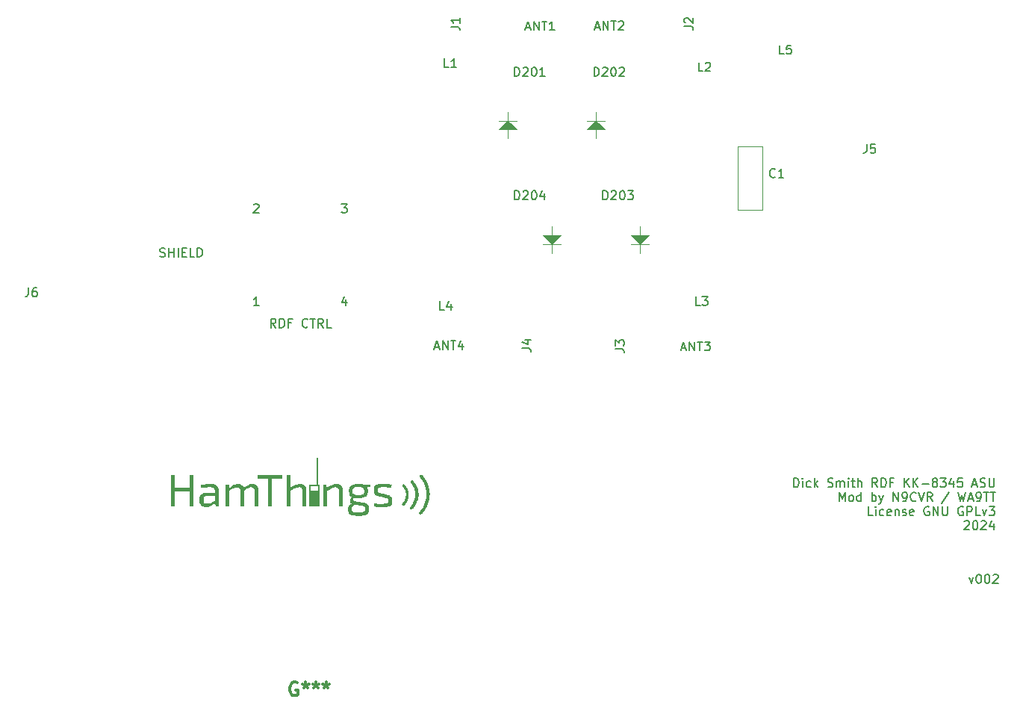
<source format=gbr>
%TF.GenerationSoftware,KiCad,Pcbnew,6.0.2+dfsg-1*%
%TF.CreationDate,2024-04-05T14:20:16-05:00*%
%TF.ProjectId,Dick Smith RDF KK-8345,4469636b-2053-46d6-9974-682052444620,001*%
%TF.SameCoordinates,Original*%
%TF.FileFunction,Legend,Top*%
%TF.FilePolarity,Positive*%
%FSLAX46Y46*%
G04 Gerber Fmt 4.6, Leading zero omitted, Abs format (unit mm)*
G04 Created by KiCad (PCBNEW 6.0.2+dfsg-1) date 2024-04-05 14:20:16*
%MOMM*%
%LPD*%
G01*
G04 APERTURE LIST*
%ADD10C,0.150000*%
%ADD11C,0.300000*%
%ADD12C,0.120000*%
G04 APERTURE END LIST*
D10*
X193833333Y-135285714D02*
X194071428Y-135952380D01*
X194309523Y-135285714D01*
X194880952Y-134952380D02*
X194976190Y-134952380D01*
X195071428Y-135000000D01*
X195119047Y-135047619D01*
X195166666Y-135142857D01*
X195214285Y-135333333D01*
X195214285Y-135571428D01*
X195166666Y-135761904D01*
X195119047Y-135857142D01*
X195071428Y-135904761D01*
X194976190Y-135952380D01*
X194880952Y-135952380D01*
X194785714Y-135904761D01*
X194738095Y-135857142D01*
X194690476Y-135761904D01*
X194642857Y-135571428D01*
X194642857Y-135333333D01*
X194690476Y-135142857D01*
X194738095Y-135047619D01*
X194785714Y-135000000D01*
X194880952Y-134952380D01*
X195833333Y-134952380D02*
X195928571Y-134952380D01*
X196023809Y-135000000D01*
X196071428Y-135047619D01*
X196119047Y-135142857D01*
X196166666Y-135333333D01*
X196166666Y-135571428D01*
X196119047Y-135761904D01*
X196071428Y-135857142D01*
X196023809Y-135904761D01*
X195928571Y-135952380D01*
X195833333Y-135952380D01*
X195738095Y-135904761D01*
X195690476Y-135857142D01*
X195642857Y-135761904D01*
X195595238Y-135571428D01*
X195595238Y-135333333D01*
X195642857Y-135142857D01*
X195690476Y-135047619D01*
X195738095Y-135000000D01*
X195833333Y-134952380D01*
X196547619Y-135047619D02*
X196595238Y-135000000D01*
X196690476Y-134952380D01*
X196928571Y-134952380D01*
X197023809Y-135000000D01*
X197071428Y-135047619D01*
X197119047Y-135142857D01*
X197119047Y-135238095D01*
X197071428Y-135380952D01*
X196500000Y-135952380D01*
X197119047Y-135952380D01*
X173950119Y-125037380D02*
X173950119Y-124037380D01*
X174188214Y-124037380D01*
X174331071Y-124085000D01*
X174426309Y-124180238D01*
X174473928Y-124275476D01*
X174521547Y-124465952D01*
X174521547Y-124608809D01*
X174473928Y-124799285D01*
X174426309Y-124894523D01*
X174331071Y-124989761D01*
X174188214Y-125037380D01*
X173950119Y-125037380D01*
X174950119Y-125037380D02*
X174950119Y-124370714D01*
X174950119Y-124037380D02*
X174902500Y-124085000D01*
X174950119Y-124132619D01*
X174997738Y-124085000D01*
X174950119Y-124037380D01*
X174950119Y-124132619D01*
X175854880Y-124989761D02*
X175759642Y-125037380D01*
X175569166Y-125037380D01*
X175473928Y-124989761D01*
X175426309Y-124942142D01*
X175378690Y-124846904D01*
X175378690Y-124561190D01*
X175426309Y-124465952D01*
X175473928Y-124418333D01*
X175569166Y-124370714D01*
X175759642Y-124370714D01*
X175854880Y-124418333D01*
X176283452Y-125037380D02*
X176283452Y-124037380D01*
X176378690Y-124656428D02*
X176664404Y-125037380D01*
X176664404Y-124370714D02*
X176283452Y-124751666D01*
X177807261Y-124989761D02*
X177950119Y-125037380D01*
X178188214Y-125037380D01*
X178283452Y-124989761D01*
X178331071Y-124942142D01*
X178378690Y-124846904D01*
X178378690Y-124751666D01*
X178331071Y-124656428D01*
X178283452Y-124608809D01*
X178188214Y-124561190D01*
X177997738Y-124513571D01*
X177902500Y-124465952D01*
X177854880Y-124418333D01*
X177807261Y-124323095D01*
X177807261Y-124227857D01*
X177854880Y-124132619D01*
X177902500Y-124085000D01*
X177997738Y-124037380D01*
X178235833Y-124037380D01*
X178378690Y-124085000D01*
X178807261Y-125037380D02*
X178807261Y-124370714D01*
X178807261Y-124465952D02*
X178854880Y-124418333D01*
X178950119Y-124370714D01*
X179092976Y-124370714D01*
X179188214Y-124418333D01*
X179235833Y-124513571D01*
X179235833Y-125037380D01*
X179235833Y-124513571D02*
X179283452Y-124418333D01*
X179378690Y-124370714D01*
X179521547Y-124370714D01*
X179616785Y-124418333D01*
X179664404Y-124513571D01*
X179664404Y-125037380D01*
X180140595Y-125037380D02*
X180140595Y-124370714D01*
X180140595Y-124037380D02*
X180092976Y-124085000D01*
X180140595Y-124132619D01*
X180188214Y-124085000D01*
X180140595Y-124037380D01*
X180140595Y-124132619D01*
X180473928Y-124370714D02*
X180854880Y-124370714D01*
X180616785Y-124037380D02*
X180616785Y-124894523D01*
X180664404Y-124989761D01*
X180759642Y-125037380D01*
X180854880Y-125037380D01*
X181188214Y-125037380D02*
X181188214Y-124037380D01*
X181616785Y-125037380D02*
X181616785Y-124513571D01*
X181569166Y-124418333D01*
X181473928Y-124370714D01*
X181331071Y-124370714D01*
X181235833Y-124418333D01*
X181188214Y-124465952D01*
X183426309Y-125037380D02*
X183092976Y-124561190D01*
X182854880Y-125037380D02*
X182854880Y-124037380D01*
X183235833Y-124037380D01*
X183331071Y-124085000D01*
X183378690Y-124132619D01*
X183426309Y-124227857D01*
X183426309Y-124370714D01*
X183378690Y-124465952D01*
X183331071Y-124513571D01*
X183235833Y-124561190D01*
X182854880Y-124561190D01*
X183854880Y-125037380D02*
X183854880Y-124037380D01*
X184092976Y-124037380D01*
X184235833Y-124085000D01*
X184331071Y-124180238D01*
X184378690Y-124275476D01*
X184426309Y-124465952D01*
X184426309Y-124608809D01*
X184378690Y-124799285D01*
X184331071Y-124894523D01*
X184235833Y-124989761D01*
X184092976Y-125037380D01*
X183854880Y-125037380D01*
X185188214Y-124513571D02*
X184854880Y-124513571D01*
X184854880Y-125037380D02*
X184854880Y-124037380D01*
X185331071Y-124037380D01*
X186473928Y-125037380D02*
X186473928Y-124037380D01*
X187045357Y-125037380D02*
X186616785Y-124465952D01*
X187045357Y-124037380D02*
X186473928Y-124608809D01*
X187473928Y-125037380D02*
X187473928Y-124037380D01*
X188045357Y-125037380D02*
X187616785Y-124465952D01*
X188045357Y-124037380D02*
X187473928Y-124608809D01*
X188473928Y-124656428D02*
X189235833Y-124656428D01*
X189854880Y-124465952D02*
X189759642Y-124418333D01*
X189712023Y-124370714D01*
X189664404Y-124275476D01*
X189664404Y-124227857D01*
X189712023Y-124132619D01*
X189759642Y-124085000D01*
X189854880Y-124037380D01*
X190045357Y-124037380D01*
X190140595Y-124085000D01*
X190188214Y-124132619D01*
X190235833Y-124227857D01*
X190235833Y-124275476D01*
X190188214Y-124370714D01*
X190140595Y-124418333D01*
X190045357Y-124465952D01*
X189854880Y-124465952D01*
X189759642Y-124513571D01*
X189712023Y-124561190D01*
X189664404Y-124656428D01*
X189664404Y-124846904D01*
X189712023Y-124942142D01*
X189759642Y-124989761D01*
X189854880Y-125037380D01*
X190045357Y-125037380D01*
X190140595Y-124989761D01*
X190188214Y-124942142D01*
X190235833Y-124846904D01*
X190235833Y-124656428D01*
X190188214Y-124561190D01*
X190140595Y-124513571D01*
X190045357Y-124465952D01*
X190569166Y-124037380D02*
X191188214Y-124037380D01*
X190854880Y-124418333D01*
X190997738Y-124418333D01*
X191092976Y-124465952D01*
X191140595Y-124513571D01*
X191188214Y-124608809D01*
X191188214Y-124846904D01*
X191140595Y-124942142D01*
X191092976Y-124989761D01*
X190997738Y-125037380D01*
X190712023Y-125037380D01*
X190616785Y-124989761D01*
X190569166Y-124942142D01*
X192045357Y-124370714D02*
X192045357Y-125037380D01*
X191807261Y-123989761D02*
X191569166Y-124704047D01*
X192188214Y-124704047D01*
X193045357Y-124037380D02*
X192569166Y-124037380D01*
X192521547Y-124513571D01*
X192569166Y-124465952D01*
X192664404Y-124418333D01*
X192902500Y-124418333D01*
X192997738Y-124465952D01*
X193045357Y-124513571D01*
X193092976Y-124608809D01*
X193092976Y-124846904D01*
X193045357Y-124942142D01*
X192997738Y-124989761D01*
X192902500Y-125037380D01*
X192664404Y-125037380D01*
X192569166Y-124989761D01*
X192521547Y-124942142D01*
X194235833Y-124751666D02*
X194712023Y-124751666D01*
X194140595Y-125037380D02*
X194473928Y-124037380D01*
X194807261Y-125037380D01*
X195092976Y-124989761D02*
X195235833Y-125037380D01*
X195473928Y-125037380D01*
X195569166Y-124989761D01*
X195616785Y-124942142D01*
X195664404Y-124846904D01*
X195664404Y-124751666D01*
X195616785Y-124656428D01*
X195569166Y-124608809D01*
X195473928Y-124561190D01*
X195283452Y-124513571D01*
X195188214Y-124465952D01*
X195140595Y-124418333D01*
X195092976Y-124323095D01*
X195092976Y-124227857D01*
X195140595Y-124132619D01*
X195188214Y-124085000D01*
X195283452Y-124037380D01*
X195521547Y-124037380D01*
X195664404Y-124085000D01*
X196092976Y-124037380D02*
X196092976Y-124846904D01*
X196140595Y-124942142D01*
X196188214Y-124989761D01*
X196283452Y-125037380D01*
X196473928Y-125037380D01*
X196569166Y-124989761D01*
X196616785Y-124942142D01*
X196664404Y-124846904D01*
X196664404Y-124037380D01*
X179092976Y-126647380D02*
X179092976Y-125647380D01*
X179426309Y-126361666D01*
X179759642Y-125647380D01*
X179759642Y-126647380D01*
X180378690Y-126647380D02*
X180283452Y-126599761D01*
X180235833Y-126552142D01*
X180188214Y-126456904D01*
X180188214Y-126171190D01*
X180235833Y-126075952D01*
X180283452Y-126028333D01*
X180378690Y-125980714D01*
X180521547Y-125980714D01*
X180616785Y-126028333D01*
X180664404Y-126075952D01*
X180712023Y-126171190D01*
X180712023Y-126456904D01*
X180664404Y-126552142D01*
X180616785Y-126599761D01*
X180521547Y-126647380D01*
X180378690Y-126647380D01*
X181569166Y-126647380D02*
X181569166Y-125647380D01*
X181569166Y-126599761D02*
X181473928Y-126647380D01*
X181283452Y-126647380D01*
X181188214Y-126599761D01*
X181140595Y-126552142D01*
X181092976Y-126456904D01*
X181092976Y-126171190D01*
X181140595Y-126075952D01*
X181188214Y-126028333D01*
X181283452Y-125980714D01*
X181473928Y-125980714D01*
X181569166Y-126028333D01*
X182807261Y-126647380D02*
X182807261Y-125647380D01*
X182807261Y-126028333D02*
X182902500Y-125980714D01*
X183092976Y-125980714D01*
X183188214Y-126028333D01*
X183235833Y-126075952D01*
X183283452Y-126171190D01*
X183283452Y-126456904D01*
X183235833Y-126552142D01*
X183188214Y-126599761D01*
X183092976Y-126647380D01*
X182902500Y-126647380D01*
X182807261Y-126599761D01*
X183616785Y-125980714D02*
X183854880Y-126647380D01*
X184092976Y-125980714D02*
X183854880Y-126647380D01*
X183759642Y-126885476D01*
X183712023Y-126933095D01*
X183616785Y-126980714D01*
X185235833Y-126647380D02*
X185235833Y-125647380D01*
X185807261Y-126647380D01*
X185807261Y-125647380D01*
X186331071Y-126647380D02*
X186521547Y-126647380D01*
X186616785Y-126599761D01*
X186664404Y-126552142D01*
X186759642Y-126409285D01*
X186807261Y-126218809D01*
X186807261Y-125837857D01*
X186759642Y-125742619D01*
X186712023Y-125695000D01*
X186616785Y-125647380D01*
X186426309Y-125647380D01*
X186331071Y-125695000D01*
X186283452Y-125742619D01*
X186235833Y-125837857D01*
X186235833Y-126075952D01*
X186283452Y-126171190D01*
X186331071Y-126218809D01*
X186426309Y-126266428D01*
X186616785Y-126266428D01*
X186712023Y-126218809D01*
X186759642Y-126171190D01*
X186807261Y-126075952D01*
X187807261Y-126552142D02*
X187759642Y-126599761D01*
X187616785Y-126647380D01*
X187521547Y-126647380D01*
X187378690Y-126599761D01*
X187283452Y-126504523D01*
X187235833Y-126409285D01*
X187188214Y-126218809D01*
X187188214Y-126075952D01*
X187235833Y-125885476D01*
X187283452Y-125790238D01*
X187378690Y-125695000D01*
X187521547Y-125647380D01*
X187616785Y-125647380D01*
X187759642Y-125695000D01*
X187807261Y-125742619D01*
X188092976Y-125647380D02*
X188426309Y-126647380D01*
X188759642Y-125647380D01*
X189664404Y-126647380D02*
X189331071Y-126171190D01*
X189092976Y-126647380D02*
X189092976Y-125647380D01*
X189473928Y-125647380D01*
X189569166Y-125695000D01*
X189616785Y-125742619D01*
X189664404Y-125837857D01*
X189664404Y-125980714D01*
X189616785Y-126075952D01*
X189569166Y-126123571D01*
X189473928Y-126171190D01*
X189092976Y-126171190D01*
X191569166Y-125599761D02*
X190712023Y-126885476D01*
X192569166Y-125647380D02*
X192807261Y-126647380D01*
X192997738Y-125933095D01*
X193188214Y-126647380D01*
X193426309Y-125647380D01*
X193759642Y-126361666D02*
X194235833Y-126361666D01*
X193664404Y-126647380D02*
X193997738Y-125647380D01*
X194331071Y-126647380D01*
X194712023Y-126647380D02*
X194902500Y-126647380D01*
X194997738Y-126599761D01*
X195045357Y-126552142D01*
X195140595Y-126409285D01*
X195188214Y-126218809D01*
X195188214Y-125837857D01*
X195140595Y-125742619D01*
X195092976Y-125695000D01*
X194997738Y-125647380D01*
X194807261Y-125647380D01*
X194712023Y-125695000D01*
X194664404Y-125742619D01*
X194616785Y-125837857D01*
X194616785Y-126075952D01*
X194664404Y-126171190D01*
X194712023Y-126218809D01*
X194807261Y-126266428D01*
X194997738Y-126266428D01*
X195092976Y-126218809D01*
X195140595Y-126171190D01*
X195188214Y-126075952D01*
X195473928Y-125647380D02*
X196045357Y-125647380D01*
X195759642Y-126647380D02*
X195759642Y-125647380D01*
X196235833Y-125647380D02*
X196807261Y-125647380D01*
X196521547Y-126647380D02*
X196521547Y-125647380D01*
X182902500Y-128257380D02*
X182426309Y-128257380D01*
X182426309Y-127257380D01*
X183235833Y-128257380D02*
X183235833Y-127590714D01*
X183235833Y-127257380D02*
X183188214Y-127305000D01*
X183235833Y-127352619D01*
X183283452Y-127305000D01*
X183235833Y-127257380D01*
X183235833Y-127352619D01*
X184140595Y-128209761D02*
X184045357Y-128257380D01*
X183854880Y-128257380D01*
X183759642Y-128209761D01*
X183712023Y-128162142D01*
X183664404Y-128066904D01*
X183664404Y-127781190D01*
X183712023Y-127685952D01*
X183759642Y-127638333D01*
X183854880Y-127590714D01*
X184045357Y-127590714D01*
X184140595Y-127638333D01*
X184950119Y-128209761D02*
X184854880Y-128257380D01*
X184664404Y-128257380D01*
X184569166Y-128209761D01*
X184521547Y-128114523D01*
X184521547Y-127733571D01*
X184569166Y-127638333D01*
X184664404Y-127590714D01*
X184854880Y-127590714D01*
X184950119Y-127638333D01*
X184997738Y-127733571D01*
X184997738Y-127828809D01*
X184521547Y-127924047D01*
X185426309Y-127590714D02*
X185426309Y-128257380D01*
X185426309Y-127685952D02*
X185473928Y-127638333D01*
X185569166Y-127590714D01*
X185712023Y-127590714D01*
X185807261Y-127638333D01*
X185854880Y-127733571D01*
X185854880Y-128257380D01*
X186283452Y-128209761D02*
X186378690Y-128257380D01*
X186569166Y-128257380D01*
X186664404Y-128209761D01*
X186712023Y-128114523D01*
X186712023Y-128066904D01*
X186664404Y-127971666D01*
X186569166Y-127924047D01*
X186426309Y-127924047D01*
X186331071Y-127876428D01*
X186283452Y-127781190D01*
X186283452Y-127733571D01*
X186331071Y-127638333D01*
X186426309Y-127590714D01*
X186569166Y-127590714D01*
X186664404Y-127638333D01*
X187521547Y-128209761D02*
X187426309Y-128257380D01*
X187235833Y-128257380D01*
X187140595Y-128209761D01*
X187092976Y-128114523D01*
X187092976Y-127733571D01*
X187140595Y-127638333D01*
X187235833Y-127590714D01*
X187426309Y-127590714D01*
X187521547Y-127638333D01*
X187569166Y-127733571D01*
X187569166Y-127828809D01*
X187092976Y-127924047D01*
X189283452Y-127305000D02*
X189188214Y-127257380D01*
X189045357Y-127257380D01*
X188902500Y-127305000D01*
X188807261Y-127400238D01*
X188759642Y-127495476D01*
X188712023Y-127685952D01*
X188712023Y-127828809D01*
X188759642Y-128019285D01*
X188807261Y-128114523D01*
X188902500Y-128209761D01*
X189045357Y-128257380D01*
X189140595Y-128257380D01*
X189283452Y-128209761D01*
X189331071Y-128162142D01*
X189331071Y-127828809D01*
X189140595Y-127828809D01*
X189759642Y-128257380D02*
X189759642Y-127257380D01*
X190331071Y-128257380D01*
X190331071Y-127257380D01*
X190807261Y-127257380D02*
X190807261Y-128066904D01*
X190854880Y-128162142D01*
X190902500Y-128209761D01*
X190997738Y-128257380D01*
X191188214Y-128257380D01*
X191283452Y-128209761D01*
X191331071Y-128162142D01*
X191378690Y-128066904D01*
X191378690Y-127257380D01*
X193140595Y-127305000D02*
X193045357Y-127257380D01*
X192902500Y-127257380D01*
X192759642Y-127305000D01*
X192664404Y-127400238D01*
X192616785Y-127495476D01*
X192569166Y-127685952D01*
X192569166Y-127828809D01*
X192616785Y-128019285D01*
X192664404Y-128114523D01*
X192759642Y-128209761D01*
X192902500Y-128257380D01*
X192997738Y-128257380D01*
X193140595Y-128209761D01*
X193188214Y-128162142D01*
X193188214Y-127828809D01*
X192997738Y-127828809D01*
X193616785Y-128257380D02*
X193616785Y-127257380D01*
X193997738Y-127257380D01*
X194092976Y-127305000D01*
X194140595Y-127352619D01*
X194188214Y-127447857D01*
X194188214Y-127590714D01*
X194140595Y-127685952D01*
X194092976Y-127733571D01*
X193997738Y-127781190D01*
X193616785Y-127781190D01*
X195092976Y-128257380D02*
X194616785Y-128257380D01*
X194616785Y-127257380D01*
X195331071Y-127590714D02*
X195569166Y-128257380D01*
X195807261Y-127590714D01*
X196092976Y-127257380D02*
X196712023Y-127257380D01*
X196378690Y-127638333D01*
X196521547Y-127638333D01*
X196616785Y-127685952D01*
X196664404Y-127733571D01*
X196712023Y-127828809D01*
X196712023Y-128066904D01*
X196664404Y-128162142D01*
X196616785Y-128209761D01*
X196521547Y-128257380D01*
X196235833Y-128257380D01*
X196140595Y-128209761D01*
X196092976Y-128162142D01*
X193283452Y-128962619D02*
X193331071Y-128915000D01*
X193426309Y-128867380D01*
X193664404Y-128867380D01*
X193759642Y-128915000D01*
X193807261Y-128962619D01*
X193854880Y-129057857D01*
X193854880Y-129153095D01*
X193807261Y-129295952D01*
X193235833Y-129867380D01*
X193854880Y-129867380D01*
X194473928Y-128867380D02*
X194569166Y-128867380D01*
X194664404Y-128915000D01*
X194712023Y-128962619D01*
X194759642Y-129057857D01*
X194807261Y-129248333D01*
X194807261Y-129486428D01*
X194759642Y-129676904D01*
X194712023Y-129772142D01*
X194664404Y-129819761D01*
X194569166Y-129867380D01*
X194473928Y-129867380D01*
X194378690Y-129819761D01*
X194331071Y-129772142D01*
X194283452Y-129676904D01*
X194235833Y-129486428D01*
X194235833Y-129248333D01*
X194283452Y-129057857D01*
X194331071Y-128962619D01*
X194378690Y-128915000D01*
X194473928Y-128867380D01*
X195188214Y-128962619D02*
X195235833Y-128915000D01*
X195331071Y-128867380D01*
X195569166Y-128867380D01*
X195664404Y-128915000D01*
X195712023Y-128962619D01*
X195759642Y-129057857D01*
X195759642Y-129153095D01*
X195712023Y-129295952D01*
X195140595Y-129867380D01*
X195759642Y-129867380D01*
X196616785Y-129200714D02*
X196616785Y-129867380D01*
X196378690Y-128819761D02*
X196140595Y-129534047D01*
X196759642Y-129534047D01*
%TO.C,J6*%
X87166666Y-102452380D02*
X87166666Y-103166666D01*
X87119047Y-103309523D01*
X87023809Y-103404761D01*
X86880952Y-103452380D01*
X86785714Y-103452380D01*
X88071428Y-102452380D02*
X87880952Y-102452380D01*
X87785714Y-102500000D01*
X87738095Y-102547619D01*
X87642857Y-102690476D01*
X87595238Y-102880952D01*
X87595238Y-103261904D01*
X87642857Y-103357142D01*
X87690476Y-103404761D01*
X87785714Y-103452380D01*
X87976190Y-103452380D01*
X88071428Y-103404761D01*
X88119047Y-103357142D01*
X88166666Y-103261904D01*
X88166666Y-103023809D01*
X88119047Y-102928571D01*
X88071428Y-102880952D01*
X87976190Y-102833333D01*
X87785714Y-102833333D01*
X87690476Y-102880952D01*
X87642857Y-102928571D01*
X87595238Y-103023809D01*
X115214285Y-106952380D02*
X114880952Y-106476190D01*
X114642857Y-106952380D02*
X114642857Y-105952380D01*
X115023809Y-105952380D01*
X115119047Y-106000000D01*
X115166666Y-106047619D01*
X115214285Y-106142857D01*
X115214285Y-106285714D01*
X115166666Y-106380952D01*
X115119047Y-106428571D01*
X115023809Y-106476190D01*
X114642857Y-106476190D01*
X115642857Y-106952380D02*
X115642857Y-105952380D01*
X115880952Y-105952380D01*
X116023809Y-106000000D01*
X116119047Y-106095238D01*
X116166666Y-106190476D01*
X116214285Y-106380952D01*
X116214285Y-106523809D01*
X116166666Y-106714285D01*
X116119047Y-106809523D01*
X116023809Y-106904761D01*
X115880952Y-106952380D01*
X115642857Y-106952380D01*
X116976190Y-106428571D02*
X116642857Y-106428571D01*
X116642857Y-106952380D02*
X116642857Y-105952380D01*
X117119047Y-105952380D01*
X118833333Y-106857142D02*
X118785714Y-106904761D01*
X118642857Y-106952380D01*
X118547619Y-106952380D01*
X118404761Y-106904761D01*
X118309523Y-106809523D01*
X118261904Y-106714285D01*
X118214285Y-106523809D01*
X118214285Y-106380952D01*
X118261904Y-106190476D01*
X118309523Y-106095238D01*
X118404761Y-106000000D01*
X118547619Y-105952380D01*
X118642857Y-105952380D01*
X118785714Y-106000000D01*
X118833333Y-106047619D01*
X119119047Y-105952380D02*
X119690476Y-105952380D01*
X119404761Y-106952380D02*
X119404761Y-105952380D01*
X120595238Y-106952380D02*
X120261904Y-106476190D01*
X120023809Y-106952380D02*
X120023809Y-105952380D01*
X120404761Y-105952380D01*
X120500000Y-106000000D01*
X120547619Y-106047619D01*
X120595238Y-106142857D01*
X120595238Y-106285714D01*
X120547619Y-106380952D01*
X120500000Y-106428571D01*
X120404761Y-106476190D01*
X120023809Y-106476190D01*
X121500000Y-106952380D02*
X121023809Y-106952380D01*
X121023809Y-105952380D01*
X122666666Y-92952380D02*
X123285714Y-92952380D01*
X122952380Y-93333333D01*
X123095238Y-93333333D01*
X123190476Y-93380952D01*
X123238095Y-93428571D01*
X123285714Y-93523809D01*
X123285714Y-93761904D01*
X123238095Y-93857142D01*
X123190476Y-93904761D01*
X123095238Y-93952380D01*
X122809523Y-93952380D01*
X122714285Y-93904761D01*
X122666666Y-93857142D01*
X112714285Y-93047619D02*
X112761904Y-93000000D01*
X112857142Y-92952380D01*
X113095238Y-92952380D01*
X113190476Y-93000000D01*
X113238095Y-93047619D01*
X113285714Y-93142857D01*
X113285714Y-93238095D01*
X113238095Y-93380952D01*
X112666666Y-93952380D01*
X113285714Y-93952380D01*
X113285714Y-104452380D02*
X112714285Y-104452380D01*
X113000000Y-104452380D02*
X113000000Y-103452380D01*
X112904761Y-103595238D01*
X112809523Y-103690476D01*
X112714285Y-103738095D01*
X123190476Y-103785714D02*
X123190476Y-104452380D01*
X122952380Y-103404761D02*
X122714285Y-104119047D01*
X123333333Y-104119047D01*
X102095238Y-98904761D02*
X102238095Y-98952380D01*
X102476190Y-98952380D01*
X102571428Y-98904761D01*
X102619047Y-98857142D01*
X102666666Y-98761904D01*
X102666666Y-98666666D01*
X102619047Y-98571428D01*
X102571428Y-98523809D01*
X102476190Y-98476190D01*
X102285714Y-98428571D01*
X102190476Y-98380952D01*
X102142857Y-98333333D01*
X102095238Y-98238095D01*
X102095238Y-98142857D01*
X102142857Y-98047619D01*
X102190476Y-98000000D01*
X102285714Y-97952380D01*
X102523809Y-97952380D01*
X102666666Y-98000000D01*
X103095238Y-98952380D02*
X103095238Y-97952380D01*
X103095238Y-98428571D02*
X103666666Y-98428571D01*
X103666666Y-98952380D02*
X103666666Y-97952380D01*
X104142857Y-98952380D02*
X104142857Y-97952380D01*
X104619047Y-98428571D02*
X104952380Y-98428571D01*
X105095238Y-98952380D02*
X104619047Y-98952380D01*
X104619047Y-97952380D01*
X105095238Y-97952380D01*
X106000000Y-98952380D02*
X105523809Y-98952380D01*
X105523809Y-97952380D01*
X106333333Y-98952380D02*
X106333333Y-97952380D01*
X106571428Y-97952380D01*
X106714285Y-98000000D01*
X106809523Y-98095238D01*
X106857142Y-98190476D01*
X106904761Y-98380952D01*
X106904761Y-98523809D01*
X106857142Y-98714285D01*
X106809523Y-98809523D01*
X106714285Y-98904761D01*
X106571428Y-98952380D01*
X106333333Y-98952380D01*
%TO.C,J3*%
X153731874Y-109384468D02*
X154446160Y-109384468D01*
X154589017Y-109432087D01*
X154684255Y-109527325D01*
X154731874Y-109670182D01*
X154731874Y-109765420D01*
X153731874Y-109003515D02*
X153731874Y-108384468D01*
X154112827Y-108717801D01*
X154112827Y-108574944D01*
X154160446Y-108479706D01*
X154208065Y-108432087D01*
X154303303Y-108384468D01*
X154541398Y-108384468D01*
X154636636Y-108432087D01*
X154684255Y-108479706D01*
X154731874Y-108574944D01*
X154731874Y-108860658D01*
X154684255Y-108955896D01*
X154636636Y-109003515D01*
X161220500Y-109289855D02*
X161696690Y-109289855D01*
X161125262Y-109575569D02*
X161458595Y-108575569D01*
X161791928Y-109575569D01*
X162125262Y-109575569D02*
X162125262Y-108575569D01*
X162696690Y-109575569D01*
X162696690Y-108575569D01*
X163030024Y-108575569D02*
X163601452Y-108575569D01*
X163315738Y-109575569D02*
X163315738Y-108575569D01*
X163839548Y-108575569D02*
X164458595Y-108575569D01*
X164125262Y-108956522D01*
X164268119Y-108956522D01*
X164363357Y-109004141D01*
X164410976Y-109051760D01*
X164458595Y-109146998D01*
X164458595Y-109385093D01*
X164410976Y-109480331D01*
X164363357Y-109527950D01*
X164268119Y-109575569D01*
X163982405Y-109575569D01*
X163887167Y-109527950D01*
X163839548Y-109480331D01*
%TO.C,J5*%
X182206968Y-86181125D02*
X182206968Y-86895411D01*
X182159349Y-87038268D01*
X182064111Y-87133506D01*
X181921254Y-87181125D01*
X181826016Y-87181125D01*
X183159349Y-86181125D02*
X182683159Y-86181125D01*
X182635540Y-86657316D01*
X182683159Y-86609697D01*
X182778397Y-86562078D01*
X183016492Y-86562078D01*
X183111730Y-86609697D01*
X183159349Y-86657316D01*
X183206968Y-86752554D01*
X183206968Y-86990649D01*
X183159349Y-87085887D01*
X183111730Y-87133506D01*
X183016492Y-87181125D01*
X182778397Y-87181125D01*
X182683159Y-87133506D01*
X182635540Y-87085887D01*
%TO.C,D201*%
X142309523Y-78452380D02*
X142309523Y-77452380D01*
X142547619Y-77452380D01*
X142690476Y-77500000D01*
X142785714Y-77595238D01*
X142833333Y-77690476D01*
X142880952Y-77880952D01*
X142880952Y-78023809D01*
X142833333Y-78214285D01*
X142785714Y-78309523D01*
X142690476Y-78404761D01*
X142547619Y-78452380D01*
X142309523Y-78452380D01*
X143261904Y-77547619D02*
X143309523Y-77500000D01*
X143404761Y-77452380D01*
X143642857Y-77452380D01*
X143738095Y-77500000D01*
X143785714Y-77547619D01*
X143833333Y-77642857D01*
X143833333Y-77738095D01*
X143785714Y-77880952D01*
X143214285Y-78452380D01*
X143833333Y-78452380D01*
X144452380Y-77452380D02*
X144547619Y-77452380D01*
X144642857Y-77500000D01*
X144690476Y-77547619D01*
X144738095Y-77642857D01*
X144785714Y-77833333D01*
X144785714Y-78071428D01*
X144738095Y-78261904D01*
X144690476Y-78357142D01*
X144642857Y-78404761D01*
X144547619Y-78452380D01*
X144452380Y-78452380D01*
X144357142Y-78404761D01*
X144309523Y-78357142D01*
X144261904Y-78261904D01*
X144214285Y-78071428D01*
X144214285Y-77833333D01*
X144261904Y-77642857D01*
X144309523Y-77547619D01*
X144357142Y-77500000D01*
X144452380Y-77452380D01*
X145738095Y-78452380D02*
X145166666Y-78452380D01*
X145452380Y-78452380D02*
X145452380Y-77452380D01*
X145357142Y-77595238D01*
X145261904Y-77690476D01*
X145166666Y-77738095D01*
%TO.C,D203*%
X152309523Y-92452380D02*
X152309523Y-91452380D01*
X152547619Y-91452380D01*
X152690476Y-91500000D01*
X152785714Y-91595238D01*
X152833333Y-91690476D01*
X152880952Y-91880952D01*
X152880952Y-92023809D01*
X152833333Y-92214285D01*
X152785714Y-92309523D01*
X152690476Y-92404761D01*
X152547619Y-92452380D01*
X152309523Y-92452380D01*
X153261904Y-91547619D02*
X153309523Y-91500000D01*
X153404761Y-91452380D01*
X153642857Y-91452380D01*
X153738095Y-91500000D01*
X153785714Y-91547619D01*
X153833333Y-91642857D01*
X153833333Y-91738095D01*
X153785714Y-91880952D01*
X153214285Y-92452380D01*
X153833333Y-92452380D01*
X154452380Y-91452380D02*
X154547619Y-91452380D01*
X154642857Y-91500000D01*
X154690476Y-91547619D01*
X154738095Y-91642857D01*
X154785714Y-91833333D01*
X154785714Y-92071428D01*
X154738095Y-92261904D01*
X154690476Y-92357142D01*
X154642857Y-92404761D01*
X154547619Y-92452380D01*
X154452380Y-92452380D01*
X154357142Y-92404761D01*
X154309523Y-92357142D01*
X154261904Y-92261904D01*
X154214285Y-92071428D01*
X154214285Y-91833333D01*
X154261904Y-91642857D01*
X154309523Y-91547619D01*
X154357142Y-91500000D01*
X154452380Y-91452380D01*
X155119047Y-91452380D02*
X155738095Y-91452380D01*
X155404761Y-91833333D01*
X155547619Y-91833333D01*
X155642857Y-91880952D01*
X155690476Y-91928571D01*
X155738095Y-92023809D01*
X155738095Y-92261904D01*
X155690476Y-92357142D01*
X155642857Y-92404761D01*
X155547619Y-92452380D01*
X155261904Y-92452380D01*
X155166666Y-92404761D01*
X155119047Y-92357142D01*
%TO.C,J4*%
X143137326Y-109283831D02*
X143851612Y-109283831D01*
X143994469Y-109331450D01*
X144089707Y-109426688D01*
X144137326Y-109569545D01*
X144137326Y-109664783D01*
X143470660Y-108379069D02*
X144137326Y-108379069D01*
X143089707Y-108617164D02*
X143803993Y-108855259D01*
X143803993Y-108236212D01*
X133250581Y-109153751D02*
X133726771Y-109153751D01*
X133155343Y-109439465D02*
X133488676Y-108439465D01*
X133822009Y-109439465D01*
X134155343Y-109439465D02*
X134155343Y-108439465D01*
X134726771Y-109439465D01*
X134726771Y-108439465D01*
X135060105Y-108439465D02*
X135631533Y-108439465D01*
X135345819Y-109439465D02*
X135345819Y-108439465D01*
X136393438Y-108772799D02*
X136393438Y-109439465D01*
X136155343Y-108391846D02*
X135917248Y-109106132D01*
X136536295Y-109106132D01*
%TO.C,L5*%
X172833333Y-75952380D02*
X172357142Y-75952380D01*
X172357142Y-74952380D01*
X173642857Y-74952380D02*
X173166666Y-74952380D01*
X173119047Y-75428571D01*
X173166666Y-75380952D01*
X173261904Y-75333333D01*
X173500000Y-75333333D01*
X173595238Y-75380952D01*
X173642857Y-75428571D01*
X173690476Y-75523809D01*
X173690476Y-75761904D01*
X173642857Y-75857142D01*
X173595238Y-75904761D01*
X173500000Y-75952380D01*
X173261904Y-75952380D01*
X173166666Y-75904761D01*
X173119047Y-75857142D01*
%TO.C,L2*%
X163635887Y-77903511D02*
X163159696Y-77903511D01*
X163159696Y-76903511D01*
X163921601Y-76998750D02*
X163969220Y-76951131D01*
X164064458Y-76903511D01*
X164302554Y-76903511D01*
X164397792Y-76951131D01*
X164445411Y-76998750D01*
X164493030Y-77093988D01*
X164493030Y-77189226D01*
X164445411Y-77332083D01*
X163873982Y-77903511D01*
X164493030Y-77903511D01*
%TO.C,D204*%
X142309523Y-92452380D02*
X142309523Y-91452380D01*
X142547619Y-91452380D01*
X142690476Y-91500000D01*
X142785714Y-91595238D01*
X142833333Y-91690476D01*
X142880952Y-91880952D01*
X142880952Y-92023809D01*
X142833333Y-92214285D01*
X142785714Y-92309523D01*
X142690476Y-92404761D01*
X142547619Y-92452380D01*
X142309523Y-92452380D01*
X143261904Y-91547619D02*
X143309523Y-91500000D01*
X143404761Y-91452380D01*
X143642857Y-91452380D01*
X143738095Y-91500000D01*
X143785714Y-91547619D01*
X143833333Y-91642857D01*
X143833333Y-91738095D01*
X143785714Y-91880952D01*
X143214285Y-92452380D01*
X143833333Y-92452380D01*
X144452380Y-91452380D02*
X144547619Y-91452380D01*
X144642857Y-91500000D01*
X144690476Y-91547619D01*
X144738095Y-91642857D01*
X144785714Y-91833333D01*
X144785714Y-92071428D01*
X144738095Y-92261904D01*
X144690476Y-92357142D01*
X144642857Y-92404761D01*
X144547619Y-92452380D01*
X144452380Y-92452380D01*
X144357142Y-92404761D01*
X144309523Y-92357142D01*
X144261904Y-92261904D01*
X144214285Y-92071428D01*
X144214285Y-91833333D01*
X144261904Y-91642857D01*
X144309523Y-91547619D01*
X144357142Y-91500000D01*
X144452380Y-91452380D01*
X145642857Y-91785714D02*
X145642857Y-92452380D01*
X145404761Y-91404761D02*
X145166666Y-92119047D01*
X145785714Y-92119047D01*
%TO.C,L4*%
X134333333Y-104952380D02*
X133857142Y-104952380D01*
X133857142Y-103952380D01*
X135095238Y-104285714D02*
X135095238Y-104952380D01*
X134857142Y-103904761D02*
X134619047Y-104619047D01*
X135238095Y-104619047D01*
%TO.C,C1*%
X171833333Y-89857142D02*
X171785714Y-89904761D01*
X171642857Y-89952380D01*
X171547619Y-89952380D01*
X171404761Y-89904761D01*
X171309523Y-89809523D01*
X171261904Y-89714285D01*
X171214285Y-89523809D01*
X171214285Y-89380952D01*
X171261904Y-89190476D01*
X171309523Y-89095238D01*
X171404761Y-89000000D01*
X171547619Y-88952380D01*
X171642857Y-88952380D01*
X171785714Y-89000000D01*
X171833333Y-89047619D01*
X172785714Y-89952380D02*
X172214285Y-89952380D01*
X172500000Y-89952380D02*
X172500000Y-88952380D01*
X172404761Y-89095238D01*
X172309523Y-89190476D01*
X172214285Y-89238095D01*
%TO.C,J2*%
X161537133Y-72830413D02*
X162251419Y-72830413D01*
X162394276Y-72878032D01*
X162489514Y-72973270D01*
X162537133Y-73116127D01*
X162537133Y-73211365D01*
X161632372Y-72401841D02*
X161584753Y-72354222D01*
X161537133Y-72258984D01*
X161537133Y-72020889D01*
X161584753Y-71925651D01*
X161632372Y-71878032D01*
X161727610Y-71830413D01*
X161822848Y-71830413D01*
X161965705Y-71878032D01*
X162537133Y-72449460D01*
X162537133Y-71830413D01*
X151423731Y-72939827D02*
X151899921Y-72939827D01*
X151328493Y-73225541D02*
X151661826Y-72225541D01*
X151995159Y-73225541D01*
X152328493Y-73225541D02*
X152328493Y-72225541D01*
X152899921Y-73225541D01*
X152899921Y-72225541D01*
X153233255Y-72225541D02*
X153804683Y-72225541D01*
X153518969Y-73225541D02*
X153518969Y-72225541D01*
X154090398Y-72320780D02*
X154138017Y-72273161D01*
X154233255Y-72225541D01*
X154471350Y-72225541D01*
X154566588Y-72273161D01*
X154614207Y-72320780D01*
X154661826Y-72416018D01*
X154661826Y-72511256D01*
X154614207Y-72654113D01*
X154042779Y-73225541D01*
X154661826Y-73225541D01*
%TO.C,L1*%
X134833333Y-77452380D02*
X134357142Y-77452380D01*
X134357142Y-76452380D01*
X135690476Y-77452380D02*
X135119047Y-77452380D01*
X135404761Y-77452380D02*
X135404761Y-76452380D01*
X135309523Y-76595238D01*
X135214285Y-76690476D01*
X135119047Y-76738095D01*
%TO.C,J1*%
X135095929Y-72865107D02*
X135810215Y-72865107D01*
X135953072Y-72912726D01*
X136048310Y-73007964D01*
X136095929Y-73150821D01*
X136095929Y-73246059D01*
X136095929Y-71865107D02*
X136095929Y-72436535D01*
X136095929Y-72150821D02*
X135095929Y-72150821D01*
X135238787Y-72246059D01*
X135334025Y-72341297D01*
X135381644Y-72436535D01*
X143585222Y-72961292D02*
X144061412Y-72961292D01*
X143489984Y-73247006D02*
X143823317Y-72247006D01*
X144156650Y-73247006D01*
X144489984Y-73247006D02*
X144489984Y-72247006D01*
X145061412Y-73247006D01*
X145061412Y-72247006D01*
X145394746Y-72247006D02*
X145966174Y-72247006D01*
X145680460Y-73247006D02*
X145680460Y-72247006D01*
X146823317Y-73247006D02*
X146251889Y-73247006D01*
X146537603Y-73247006D02*
X146537603Y-72247006D01*
X146442365Y-72389864D01*
X146347127Y-72485102D01*
X146251889Y-72532721D01*
%TO.C,D202*%
X151309523Y-78452380D02*
X151309523Y-77452380D01*
X151547619Y-77452380D01*
X151690476Y-77500000D01*
X151785714Y-77595238D01*
X151833333Y-77690476D01*
X151880952Y-77880952D01*
X151880952Y-78023809D01*
X151833333Y-78214285D01*
X151785714Y-78309523D01*
X151690476Y-78404761D01*
X151547619Y-78452380D01*
X151309523Y-78452380D01*
X152261904Y-77547619D02*
X152309523Y-77500000D01*
X152404761Y-77452380D01*
X152642857Y-77452380D01*
X152738095Y-77500000D01*
X152785714Y-77547619D01*
X152833333Y-77642857D01*
X152833333Y-77738095D01*
X152785714Y-77880952D01*
X152214285Y-78452380D01*
X152833333Y-78452380D01*
X153452380Y-77452380D02*
X153547619Y-77452380D01*
X153642857Y-77500000D01*
X153690476Y-77547619D01*
X153738095Y-77642857D01*
X153785714Y-77833333D01*
X153785714Y-78071428D01*
X153738095Y-78261904D01*
X153690476Y-78357142D01*
X153642857Y-78404761D01*
X153547619Y-78452380D01*
X153452380Y-78452380D01*
X153357142Y-78404761D01*
X153309523Y-78357142D01*
X153261904Y-78261904D01*
X153214285Y-78071428D01*
X153214285Y-77833333D01*
X153261904Y-77642857D01*
X153309523Y-77547619D01*
X153357142Y-77500000D01*
X153452380Y-77452380D01*
X154166666Y-77547619D02*
X154214285Y-77500000D01*
X154309523Y-77452380D01*
X154547619Y-77452380D01*
X154642857Y-77500000D01*
X154690476Y-77547619D01*
X154738095Y-77642857D01*
X154738095Y-77738095D01*
X154690476Y-77880952D01*
X154119047Y-78452380D01*
X154738095Y-78452380D01*
%TO.C,L3*%
X163333333Y-104452380D02*
X162857142Y-104452380D01*
X162857142Y-103452380D01*
X163571428Y-103452380D02*
X164190476Y-103452380D01*
X163857142Y-103833333D01*
X164000000Y-103833333D01*
X164095238Y-103880952D01*
X164142857Y-103928571D01*
X164190476Y-104023809D01*
X164190476Y-104261904D01*
X164142857Y-104357142D01*
X164095238Y-104404761D01*
X164000000Y-104452380D01*
X163714285Y-104452380D01*
X163619047Y-104404761D01*
X163571428Y-104357142D01*
D11*
%TO.C,G\u002A\u002A\u002A*%
X117657428Y-147238000D02*
X117512285Y-147165428D01*
X117294571Y-147165428D01*
X117076857Y-147238000D01*
X116931714Y-147383142D01*
X116859142Y-147528285D01*
X116786571Y-147818571D01*
X116786571Y-148036285D01*
X116859142Y-148326571D01*
X116931714Y-148471714D01*
X117076857Y-148616857D01*
X117294571Y-148689428D01*
X117439714Y-148689428D01*
X117657428Y-148616857D01*
X117730000Y-148544285D01*
X117730000Y-148036285D01*
X117439714Y-148036285D01*
X118600857Y-147165428D02*
X118600857Y-147528285D01*
X118238000Y-147383142D02*
X118600857Y-147528285D01*
X118963714Y-147383142D01*
X118383142Y-147818571D02*
X118600857Y-147528285D01*
X118818571Y-147818571D01*
X119762000Y-147165428D02*
X119762000Y-147528285D01*
X119399142Y-147383142D02*
X119762000Y-147528285D01*
X120124857Y-147383142D01*
X119544285Y-147818571D02*
X119762000Y-147528285D01*
X119979714Y-147818571D01*
X120923142Y-147165428D02*
X120923142Y-147528285D01*
X120560285Y-147383142D02*
X120923142Y-147528285D01*
X121286000Y-147383142D01*
X120705428Y-147818571D02*
X120923142Y-147528285D01*
X121140857Y-147818571D01*
D12*
%TO.C,D201*%
X141500000Y-84500000D02*
X141500000Y-85500000D01*
X141500000Y-83500000D02*
X141500000Y-82500000D01*
X142500000Y-83500000D02*
X140500000Y-83500000D01*
X140500000Y-84500000D02*
X141500000Y-83500000D01*
X141500000Y-83500000D02*
X142500000Y-84500000D01*
X142500000Y-84500000D02*
X140500000Y-84500000D01*
G36*
X142500000Y-84500000D02*
G01*
X140500000Y-84500000D01*
X141500000Y-83500000D01*
X142500000Y-84500000D01*
G37*
X142500000Y-84500000D02*
X140500000Y-84500000D01*
X141500000Y-83500000D01*
X142500000Y-84500000D01*
%TO.C,D203*%
X156500000Y-96500000D02*
X156500000Y-95500000D01*
X156500000Y-97500000D02*
X156500000Y-98500000D01*
X155500000Y-97500000D02*
X157500000Y-97500000D01*
X157500000Y-96500000D02*
X156500000Y-97500000D01*
X156500000Y-97500000D02*
X155500000Y-96500000D01*
X155500000Y-96500000D02*
X157500000Y-96500000D01*
G36*
X156500000Y-97500000D02*
G01*
X155500000Y-96500000D01*
X157500000Y-96500000D01*
X156500000Y-97500000D01*
G37*
X156500000Y-97500000D02*
X155500000Y-96500000D01*
X157500000Y-96500000D01*
X156500000Y-97500000D01*
%TO.C,D204*%
X146500000Y-96500000D02*
X146500000Y-95500000D01*
X146500000Y-97500000D02*
X146500000Y-98500000D01*
X145500000Y-97500000D02*
X147500000Y-97500000D01*
X147500000Y-96500000D02*
X146500000Y-97500000D01*
X146500000Y-97500000D02*
X145500000Y-96500000D01*
X145500000Y-96500000D02*
X147500000Y-96500000D01*
G36*
X146500000Y-97500000D02*
G01*
X145500000Y-96500000D01*
X147500000Y-96500000D01*
X146500000Y-97500000D01*
G37*
X146500000Y-97500000D02*
X145500000Y-96500000D01*
X147500000Y-96500000D01*
X146500000Y-97500000D01*
%TO.C,C1*%
X170370000Y-86380000D02*
X167630000Y-86380000D01*
X167630000Y-86380000D02*
X167630000Y-93620000D01*
X170370000Y-86380000D02*
X170370000Y-93620000D01*
X170370000Y-93620000D02*
X167630000Y-93620000D01*
%TO.C,D202*%
X151500000Y-84500000D02*
X151500000Y-85500000D01*
X151500000Y-83500000D02*
X151500000Y-82500000D01*
X152500000Y-83500000D02*
X150500000Y-83500000D01*
X150500000Y-84500000D02*
X151500000Y-83500000D01*
X151500000Y-83500000D02*
X152500000Y-84500000D01*
X152500000Y-84500000D02*
X150500000Y-84500000D01*
G36*
X152500000Y-84500000D02*
G01*
X150500000Y-84500000D01*
X151500000Y-83500000D01*
X152500000Y-84500000D01*
G37*
X152500000Y-84500000D02*
X150500000Y-84500000D01*
X151500000Y-83500000D01*
X152500000Y-84500000D01*
%TO.C,G\u002A\u002A\u002A*%
G36*
X103773760Y-125154024D02*
G01*
X105412018Y-125154024D01*
X105412018Y-123697795D01*
X105860089Y-123697795D01*
X105860089Y-127254355D01*
X105412018Y-127254355D01*
X105412018Y-125560088D01*
X103773760Y-125560088D01*
X103773760Y-127254355D01*
X103311580Y-127254355D01*
X103315134Y-125479575D01*
X103318688Y-123704796D01*
X103546224Y-123700948D01*
X103773760Y-123697101D01*
X103773760Y-125154024D01*
G37*
G36*
X115941676Y-124103859D02*
G01*
X114793496Y-124103859D01*
X114793496Y-127254355D01*
X114331423Y-127254355D01*
X114331423Y-124103859D01*
X113197244Y-124103859D01*
X113197244Y-123697795D01*
X115941676Y-123697795D01*
X115941676Y-124103859D01*
G37*
G36*
X130693823Y-124251729D02*
G01*
X130733064Y-124264901D01*
X130776949Y-124295207D01*
X130829956Y-124347096D01*
X130889429Y-124416745D01*
X130952709Y-124500333D01*
X131017140Y-124594035D01*
X131080064Y-124694029D01*
X131138823Y-124796493D01*
X131190760Y-124897603D01*
X131224009Y-124971131D01*
X131291512Y-125145052D01*
X131341716Y-125308477D01*
X131376353Y-125469997D01*
X131397159Y-125638203D01*
X131405865Y-125821688D01*
X131406366Y-125875138D01*
X131404523Y-126016013D01*
X131397326Y-126138002D01*
X131383394Y-126249939D01*
X131361348Y-126360659D01*
X131329806Y-126478995D01*
X131294200Y-126593087D01*
X131228996Y-126766434D01*
X131148168Y-126938583D01*
X131055085Y-127103936D01*
X130953116Y-127256894D01*
X130845630Y-127391862D01*
X130759236Y-127481891D01*
X130715918Y-127521718D01*
X130684769Y-127545669D01*
X130658216Y-127557731D01*
X130628684Y-127561889D01*
X130606525Y-127562248D01*
X130550759Y-127556405D01*
X130506965Y-127536199D01*
X130494480Y-127527020D01*
X130450546Y-127476210D01*
X130429021Y-127415173D01*
X130430155Y-127350805D01*
X130454197Y-127289999D01*
X130484580Y-127253443D01*
X130528542Y-127207897D01*
X130581800Y-127145161D01*
X130639156Y-127072007D01*
X130695415Y-126995209D01*
X130745382Y-126921539D01*
X130771537Y-126879366D01*
X130880986Y-126668046D01*
X130962991Y-126451147D01*
X131017554Y-126228672D01*
X131044672Y-126000623D01*
X131046258Y-125805127D01*
X131023263Y-125569623D01*
X130973908Y-125343568D01*
X130898220Y-125127031D01*
X130796226Y-124920083D01*
X130667953Y-124722793D01*
X130583955Y-124615721D01*
X130532468Y-124550827D01*
X130499464Y-124499663D01*
X130482836Y-124456974D01*
X130480478Y-124417506D01*
X130489189Y-124379260D01*
X130522090Y-124317541D01*
X130570906Y-124273958D01*
X130630022Y-124251143D01*
X130693823Y-124251729D01*
G37*
G36*
X127301586Y-124692905D02*
G01*
X127437476Y-124695345D01*
X127579071Y-124699586D01*
X127721936Y-124705465D01*
X127861637Y-124712818D01*
X127993737Y-124721480D01*
X128113803Y-124731289D01*
X128217398Y-124742080D01*
X128300088Y-124753690D01*
X128316238Y-124756563D01*
X128348023Y-124764863D01*
X128359046Y-124779245D01*
X128356368Y-124808993D01*
X128356322Y-124809257D01*
X128351306Y-124844711D01*
X128345336Y-124897296D01*
X128339625Y-124956223D01*
X128339130Y-124961883D01*
X128333345Y-125014198D01*
X128326516Y-125054721D01*
X128319930Y-125076180D01*
X128318635Y-125077624D01*
X128302622Y-125078734D01*
X128261721Y-125078964D01*
X128199034Y-125078368D01*
X128117661Y-125077001D01*
X128020705Y-125074916D01*
X127911266Y-125072167D01*
X127792446Y-125068807D01*
X127768296Y-125068080D01*
X127585469Y-125063031D01*
X127428387Y-125059983D01*
X127294841Y-125059192D01*
X127182626Y-125060910D01*
X127089535Y-125065393D01*
X127013363Y-125072893D01*
X126951901Y-125083666D01*
X126902945Y-125097964D01*
X126864288Y-125116042D01*
X126833723Y-125138155D01*
X126809044Y-125164555D01*
X126797995Y-125179781D01*
X126770628Y-125240367D01*
X126756454Y-125315548D01*
X126754948Y-125397427D01*
X126765586Y-125478104D01*
X126787845Y-125549681D01*
X126821201Y-125604259D01*
X126826510Y-125609878D01*
X126849050Y-125629690D01*
X126876713Y-125648076D01*
X126912185Y-125665888D01*
X126958154Y-125683978D01*
X127017306Y-125703198D01*
X127092328Y-125724400D01*
X127185907Y-125748436D01*
X127300730Y-125776159D01*
X127439483Y-125808421D01*
X127486494Y-125819184D01*
X127627630Y-125851667D01*
X127744582Y-125879323D01*
X127840556Y-125903154D01*
X127918759Y-125924161D01*
X127982399Y-125943345D01*
X128034682Y-125961709D01*
X128078814Y-125980255D01*
X128118003Y-125999982D01*
X128155455Y-126021895D01*
X128174853Y-126034190D01*
X128260018Y-126098694D01*
X128323952Y-126170299D01*
X128363343Y-126235548D01*
X128397936Y-126326785D01*
X128420252Y-126435869D01*
X128430363Y-126555511D01*
X128428341Y-126678424D01*
X128414257Y-126797317D01*
X128388181Y-126904904D01*
X128356051Y-126983147D01*
X128303399Y-127066428D01*
X128239257Y-127134506D01*
X128160488Y-127189118D01*
X128063957Y-127231999D01*
X127946526Y-127264884D01*
X127805060Y-127289509D01*
X127801544Y-127289986D01*
X127742104Y-127295730D01*
X127659891Y-127300444D01*
X127560116Y-127304095D01*
X127447993Y-127306649D01*
X127328735Y-127308073D01*
X127207554Y-127308334D01*
X127089664Y-127307397D01*
X126980277Y-127305230D01*
X126884606Y-127301798D01*
X126807864Y-127297068D01*
X126800386Y-127296430D01*
X126714080Y-127288170D01*
X126628820Y-127278893D01*
X126549528Y-127269251D01*
X126481124Y-127259893D01*
X126428527Y-127251472D01*
X126396659Y-127244635D01*
X126390349Y-127242224D01*
X126383810Y-127228273D01*
X126381845Y-127195283D01*
X126384442Y-127140171D01*
X126389707Y-127079001D01*
X126395870Y-127016917D01*
X126401270Y-126966277D01*
X126405268Y-126932852D01*
X126407085Y-126922285D01*
X126421196Y-126922039D01*
X126458505Y-126923307D01*
X126514257Y-126925876D01*
X126583701Y-126929536D01*
X126633044Y-126932348D01*
X126788577Y-126939681D01*
X126947596Y-126943903D01*
X127105873Y-126945118D01*
X127259182Y-126943434D01*
X127403299Y-126938957D01*
X127533995Y-126931791D01*
X127647045Y-126922043D01*
X127738224Y-126909820D01*
X127769527Y-126903856D01*
X127856047Y-126874151D01*
X127926242Y-126827070D01*
X127957879Y-126792282D01*
X127982425Y-126742143D01*
X127998702Y-126674493D01*
X128005371Y-126598954D01*
X128001096Y-126525148D01*
X127997709Y-126505885D01*
X127986824Y-126463435D01*
X127971527Y-126426539D01*
X127949457Y-126394086D01*
X127918256Y-126364964D01*
X127875564Y-126338062D01*
X127819019Y-126312269D01*
X127746263Y-126286474D01*
X127654936Y-126259564D01*
X127542678Y-126230430D01*
X127407128Y-126197960D01*
X127283462Y-126169546D01*
X127148960Y-126138867D01*
X127038484Y-126113263D01*
X126948707Y-126091801D01*
X126876304Y-126073551D01*
X126817946Y-126057580D01*
X126770308Y-126042958D01*
X126730064Y-126028751D01*
X126693886Y-126014030D01*
X126658447Y-125997862D01*
X126641853Y-125989865D01*
X126556977Y-125936844D01*
X126479364Y-125866686D01*
X126415878Y-125786661D01*
X126374287Y-125706483D01*
X126346848Y-125606798D01*
X126330639Y-125489863D01*
X126325777Y-125364135D01*
X126332375Y-125238069D01*
X126350549Y-125120119D01*
X126365511Y-125061801D01*
X126407720Y-124964124D01*
X126470994Y-124881999D01*
X126556114Y-124814907D01*
X126663860Y-124762330D01*
X126795014Y-124723749D01*
X126903789Y-124704427D01*
X126972504Y-124698027D01*
X127064665Y-124694082D01*
X127175838Y-124692429D01*
X127301586Y-124692905D01*
G37*
G36*
X111067852Y-124697900D02*
G01*
X111187106Y-124719034D01*
X111289715Y-124753783D01*
X111309316Y-124763171D01*
X111393131Y-124820306D01*
X111468822Y-124900004D01*
X111532305Y-124997118D01*
X111577940Y-125101850D01*
X111584722Y-125110743D01*
X111598596Y-125109346D01*
X111623460Y-125095653D01*
X111663213Y-125067655D01*
X111703927Y-125036992D01*
X111858750Y-124928947D01*
X112015570Y-124838765D01*
X112169951Y-124768663D01*
X112317452Y-124720860D01*
X112353550Y-124712479D01*
X112426156Y-124701470D01*
X112512875Y-124694996D01*
X112604936Y-124693076D01*
X112693569Y-124695728D01*
X112770006Y-124702969D01*
X112814474Y-124711534D01*
X112936459Y-124756944D01*
X113040079Y-124823402D01*
X113125493Y-124911067D01*
X113192858Y-125020095D01*
X113237083Y-125133021D01*
X113241279Y-125149805D01*
X113244952Y-125172483D01*
X113248148Y-125203000D01*
X113250916Y-125243298D01*
X113253302Y-125295321D01*
X113255353Y-125361014D01*
X113257116Y-125442320D01*
X113258639Y-125541182D01*
X113259969Y-125659545D01*
X113261153Y-125799352D01*
X113262237Y-125962548D01*
X113263270Y-126151075D01*
X113263653Y-126228693D01*
X113268602Y-127254355D01*
X112833187Y-127254355D01*
X112833081Y-126396720D01*
X112832839Y-126240325D01*
X112832181Y-126089201D01*
X112831146Y-125946206D01*
X112829774Y-125814199D01*
X112828105Y-125696038D01*
X112826180Y-125594584D01*
X112824039Y-125512694D01*
X112821721Y-125453228D01*
X112819387Y-125420066D01*
X112801675Y-125315929D01*
X112773765Y-125234653D01*
X112733460Y-125172259D01*
X112678563Y-125124770D01*
X112645825Y-125105816D01*
X112601157Y-125084683D01*
X112562459Y-125072166D01*
X112519296Y-125066137D01*
X112461235Y-125064469D01*
X112443093Y-125064484D01*
X112349317Y-125069735D01*
X112258521Y-125085853D01*
X112166503Y-125114530D01*
X112069067Y-125157456D01*
X111962012Y-125216320D01*
X111841139Y-125292813D01*
X111790023Y-125327326D01*
X111621996Y-125442399D01*
X111618393Y-126348377D01*
X111614791Y-127254355D01*
X111196370Y-127254355D01*
X111191647Y-126305705D01*
X111190651Y-126117170D01*
X111189640Y-125954553D01*
X111188556Y-125815769D01*
X111187339Y-125698731D01*
X111185933Y-125601354D01*
X111184279Y-125521551D01*
X111182319Y-125457238D01*
X111179995Y-125406327D01*
X111177249Y-125366733D01*
X111174022Y-125336370D01*
X111170258Y-125313153D01*
X111165897Y-125294994D01*
X111163276Y-125286565D01*
X111121918Y-125204072D01*
X111060348Y-125139447D01*
X110980602Y-125093547D01*
X110884713Y-125067230D01*
X110774718Y-125061355D01*
X110661387Y-125075017D01*
X110582518Y-125094152D01*
X110504223Y-125121449D01*
X110421674Y-125159234D01*
X110330043Y-125209830D01*
X110224503Y-125275563D01*
X110169267Y-125311982D01*
X109976737Y-125440684D01*
X109976737Y-127254355D01*
X109542669Y-127254355D01*
X109542669Y-124747960D01*
X109903577Y-124747960D01*
X109913725Y-124943946D01*
X109923872Y-125139931D01*
X110009814Y-125072242D01*
X110161213Y-124962414D01*
X110315278Y-124868505D01*
X110467322Y-124792987D01*
X110612655Y-124738331D01*
X110676847Y-124720663D01*
X110806059Y-124698266D01*
X110938615Y-124690828D01*
X111067852Y-124697900D01*
G37*
G36*
X131742671Y-123644655D02*
G01*
X131772559Y-123656264D01*
X131806434Y-123681119D01*
X131836632Y-123708296D01*
X131927562Y-123803152D01*
X132022507Y-123920444D01*
X132118525Y-124055483D01*
X132212673Y-124203580D01*
X132302006Y-124360046D01*
X132383583Y-124520191D01*
X132454460Y-124679327D01*
X132469411Y-124716493D01*
X132561917Y-124989276D01*
X132627822Y-125268168D01*
X132667339Y-125551198D01*
X132680682Y-125836395D01*
X132668064Y-126121789D01*
X132629696Y-126405408D01*
X132565793Y-126685281D01*
X132476567Y-126959438D01*
X132362232Y-127225907D01*
X132222999Y-127482718D01*
X132159655Y-127583407D01*
X132098781Y-127672535D01*
X132033449Y-127761679D01*
X131966272Y-127847860D01*
X131899862Y-127928096D01*
X131836830Y-127999409D01*
X131779787Y-128058819D01*
X131731346Y-128103346D01*
X131694118Y-128130009D01*
X131674899Y-128136494D01*
X131642865Y-128140380D01*
X131635793Y-128142217D01*
X131609822Y-128142597D01*
X131574612Y-128135586D01*
X131517031Y-128105244D01*
X131473007Y-128055449D01*
X131448767Y-127993775D01*
X131446774Y-127980033D01*
X131444950Y-127951905D01*
X131447422Y-127927114D01*
X131456630Y-127901636D01*
X131475012Y-127871447D01*
X131505007Y-127832525D01*
X131549053Y-127780844D01*
X131607744Y-127714456D01*
X131777137Y-127503659D01*
X131924942Y-127277333D01*
X132050417Y-127037966D01*
X132152820Y-126788042D01*
X132231411Y-126530049D01*
X132285447Y-126266471D01*
X132314186Y-125999795D01*
X132316888Y-125732506D01*
X132292809Y-125467092D01*
X132287957Y-125434669D01*
X132231390Y-125162674D01*
X132148093Y-124896943D01*
X132039027Y-124639558D01*
X131905150Y-124392602D01*
X131747423Y-124158155D01*
X131632387Y-124013248D01*
X131580839Y-123949190D01*
X131544932Y-123897780D01*
X131526551Y-123861828D01*
X131524518Y-123852223D01*
X131530849Y-123771457D01*
X131557424Y-123709277D01*
X131603360Y-123666696D01*
X131667773Y-123644727D01*
X131708064Y-123641786D01*
X131742671Y-123644655D01*
G37*
G36*
X119848292Y-124747960D02*
G01*
X119848292Y-121694082D01*
X119928804Y-121698281D01*
X120009317Y-121702480D01*
X120012880Y-123224523D01*
X120016442Y-124746566D01*
X120096893Y-124750764D01*
X120177343Y-124754961D01*
X120180919Y-126011659D01*
X120184494Y-127268357D01*
X119036164Y-127268357D01*
X119036164Y-125434068D01*
X119190188Y-125434068D01*
X120016318Y-125434068D01*
X120016318Y-124957993D01*
X119190188Y-124957993D01*
X119190188Y-125434068D01*
X119036164Y-125434068D01*
X119036164Y-124747960D01*
X119848292Y-124747960D01*
G37*
G36*
X123443299Y-127292938D02*
G01*
X123493481Y-127189649D01*
X123566816Y-127098502D01*
X123665073Y-127016382D01*
X123732488Y-126972671D01*
X123804253Y-126929747D01*
X123751801Y-126872931D01*
X123694017Y-126790614D01*
X123657308Y-126695255D01*
X123641337Y-126591860D01*
X123645767Y-126485436D01*
X123670259Y-126380990D01*
X123714476Y-126283526D01*
X123778081Y-126198053D01*
X123798699Y-126177527D01*
X123812935Y-126162583D01*
X123814692Y-126150058D01*
X123800822Y-126134119D01*
X123768179Y-126108928D01*
X123757455Y-126101044D01*
X123676420Y-126028450D01*
X123613369Y-125941708D01*
X123567248Y-125838338D01*
X123536999Y-125715861D01*
X123521566Y-125571799D01*
X123520323Y-125544540D01*
X123519497Y-125449652D01*
X123925397Y-125449652D01*
X123927800Y-125570553D01*
X123946882Y-125671517D01*
X123984154Y-125754138D01*
X124041124Y-125820007D01*
X124119301Y-125870716D01*
X124220195Y-125907858D01*
X124345314Y-125933026D01*
X124388831Y-125938597D01*
X124465224Y-125943932D01*
X124557349Y-125945225D01*
X124656578Y-125942838D01*
X124754281Y-125937134D01*
X124841832Y-125928477D01*
X124910602Y-125917229D01*
X124913888Y-125916493D01*
X125008937Y-125888469D01*
X125083211Y-125851252D01*
X125143375Y-125801238D01*
X125158968Y-125784020D01*
X125199902Y-125724391D01*
X125226914Y-125654885D01*
X125241534Y-125569918D01*
X125245336Y-125469074D01*
X125237111Y-125361695D01*
X125212985Y-125271197D01*
X125171556Y-125196625D01*
X125111421Y-125137026D01*
X125031179Y-125091445D01*
X124929426Y-125058928D01*
X124804759Y-125038522D01*
X124655778Y-125029271D01*
X124597721Y-125028493D01*
X124443368Y-125032310D01*
X124313560Y-125045209D01*
X124206110Y-125067936D01*
X124118828Y-125101236D01*
X124049525Y-125145855D01*
X123996012Y-125202539D01*
X123970864Y-125242119D01*
X123951128Y-125281982D01*
X123938457Y-125320121D01*
X123930874Y-125365568D01*
X123926397Y-125427358D01*
X123925397Y-125449652D01*
X123519497Y-125449652D01*
X123519170Y-125412119D01*
X123527224Y-125300452D01*
X123545413Y-125203539D01*
X123574663Y-125115383D01*
X123592994Y-125074230D01*
X123651923Y-124976992D01*
X123728400Y-124895350D01*
X123824055Y-124828389D01*
X123940512Y-124775196D01*
X124079402Y-124734859D01*
X124242349Y-124706464D01*
X124250204Y-124705461D01*
X124322143Y-124699119D01*
X124412559Y-124695287D01*
X124515568Y-124693820D01*
X124625288Y-124694574D01*
X124735836Y-124697403D01*
X124841328Y-124702163D01*
X124935881Y-124708708D01*
X125013613Y-124716895D01*
X125064108Y-124725496D01*
X125101013Y-124732586D01*
X125144962Y-124738105D01*
X125199613Y-124742218D01*
X125268625Y-124745092D01*
X125355657Y-124746892D01*
X125464368Y-124747785D01*
X125559107Y-124747960D01*
X125956095Y-124747960D01*
X125946668Y-124849476D01*
X125941046Y-124911607D01*
X125934567Y-124953437D01*
X125922272Y-124979309D01*
X125899202Y-124993560D01*
X125860399Y-125000531D01*
X125800904Y-125004562D01*
X125767256Y-125006501D01*
X125686790Y-125011405D01*
X125630696Y-125015916D01*
X125595420Y-125021754D01*
X125577411Y-125030644D01*
X125573114Y-125044307D01*
X125578978Y-125064468D01*
X125591052Y-125091949D01*
X125626356Y-125196918D01*
X125649185Y-125321658D01*
X125658541Y-125460393D01*
X125658720Y-125483076D01*
X125649367Y-125644744D01*
X125620933Y-125786187D01*
X125572858Y-125908186D01*
X125504579Y-126011523D01*
X125415537Y-126096979D01*
X125305169Y-126165337D01*
X125172914Y-126217376D01*
X125120909Y-126231993D01*
X125013049Y-126253652D01*
X124884930Y-126269759D01*
X124743774Y-126280143D01*
X124596805Y-126284637D01*
X124451245Y-126283072D01*
X124314318Y-126275277D01*
X124193245Y-126261085D01*
X124155932Y-126254571D01*
X124059880Y-126236005D01*
X124033721Y-126293609D01*
X124013200Y-126363428D01*
X124008589Y-126439768D01*
X124019996Y-126510832D01*
X124031472Y-126540167D01*
X124044073Y-126562997D01*
X124058889Y-126582697D01*
X124078418Y-126599982D01*
X124105157Y-126615572D01*
X124141605Y-126630182D01*
X124190258Y-126644531D01*
X124253614Y-126659335D01*
X124334171Y-126675311D01*
X124434427Y-126693178D01*
X124556878Y-126713651D01*
X124704022Y-126737449D01*
X124736614Y-126742667D01*
X124898489Y-126768888D01*
X125035327Y-126791882D01*
X125149828Y-126812268D01*
X125244694Y-126830661D01*
X125322626Y-126847678D01*
X125386326Y-126863935D01*
X125438495Y-126880050D01*
X125481836Y-126896639D01*
X125519048Y-126914318D01*
X125540188Y-126926074D01*
X125631329Y-126995387D01*
X125704210Y-127085259D01*
X125758412Y-127194664D01*
X125793519Y-127322578D01*
X125809111Y-127467973D01*
X125807994Y-127583407D01*
X125790373Y-127734303D01*
X125754392Y-127864499D01*
X125699528Y-127974885D01*
X125625255Y-128066355D01*
X125531048Y-128139797D01*
X125457137Y-128179081D01*
X125352492Y-128217304D01*
X125224050Y-128248677D01*
X125075253Y-128272859D01*
X124909543Y-128289510D01*
X124730359Y-128298287D01*
X124541144Y-128298850D01*
X124345338Y-128290857D01*
X124335998Y-128290263D01*
X124155231Y-128273869D01*
X123999346Y-128249407D01*
X123866258Y-128216359D01*
X123753882Y-128174207D01*
X123660134Y-128122432D01*
X123659774Y-128122193D01*
X123569331Y-128047536D01*
X123499344Y-127957331D01*
X123449167Y-127850120D01*
X123418151Y-127724441D01*
X123405649Y-127578837D01*
X123405314Y-127548401D01*
X123408602Y-127499393D01*
X123845921Y-127499393D01*
X123846508Y-127573651D01*
X123848897Y-127626591D01*
X123854027Y-127664887D01*
X123862839Y-127695211D01*
X123876272Y-127724239D01*
X123878079Y-127727652D01*
X123914471Y-127779339D01*
X123964847Y-127822200D01*
X124031099Y-127856684D01*
X124115122Y-127883238D01*
X124218807Y-127902310D01*
X124344049Y-127914348D01*
X124492741Y-127919799D01*
X124666775Y-127919110D01*
X124686053Y-127918712D01*
X124784452Y-127915507D01*
X124877878Y-127910548D01*
X124959968Y-127904286D01*
X125024357Y-127897178D01*
X125052567Y-127892552D01*
X125159446Y-127863760D01*
X125241987Y-127824069D01*
X125302606Y-127770857D01*
X125343720Y-127701503D01*
X125367744Y-127613385D01*
X125375511Y-127542076D01*
X125376166Y-127437320D01*
X125362331Y-127354387D01*
X125331753Y-127289910D01*
X125282180Y-127240522D01*
X125211357Y-127202857D01*
X125131331Y-127177167D01*
X125100624Y-127170812D01*
X125046900Y-127161446D01*
X124974296Y-127149666D01*
X124886944Y-127136068D01*
X124788981Y-127121251D01*
X124684539Y-127105811D01*
X124577753Y-127090346D01*
X124472758Y-127075452D01*
X124373689Y-127061728D01*
X124284679Y-127049769D01*
X124209863Y-127040174D01*
X124153376Y-127033540D01*
X124119352Y-127030463D01*
X124114701Y-127030320D01*
X124088228Y-127040801D01*
X124050392Y-127068831D01*
X124006270Y-127109286D01*
X123960938Y-127157042D01*
X123919474Y-127206977D01*
X123886953Y-127253965D01*
X123878837Y-127268357D01*
X123864519Y-127298726D01*
X123855034Y-127329049D01*
X123849418Y-127366097D01*
X123846704Y-127416643D01*
X123845930Y-127487460D01*
X123845921Y-127499393D01*
X123408602Y-127499393D01*
X123414500Y-127411484D01*
X123443299Y-127292938D01*
G37*
G36*
X129780054Y-124729156D02*
G01*
X129820134Y-124751385D01*
X129868585Y-124795419D01*
X129922639Y-124857371D01*
X129979528Y-124933352D01*
X130036485Y-125019473D01*
X130090743Y-125111847D01*
X130139532Y-125206586D01*
X130172185Y-125280044D01*
X130211445Y-125380723D01*
X130240872Y-125469997D01*
X130261753Y-125555066D01*
X130275378Y-125643133D01*
X130283034Y-125741398D01*
X130286009Y-125857061D01*
X130286163Y-125917144D01*
X130285609Y-126013568D01*
X130284115Y-126087973D01*
X130281127Y-126146339D01*
X130276092Y-126194650D01*
X130268457Y-126238888D01*
X130257668Y-126285034D01*
X130249149Y-126317240D01*
X130184439Y-126515680D01*
X130102216Y-126696324D01*
X130057010Y-126776431D01*
X130013311Y-126844405D01*
X129963373Y-126914473D01*
X129911198Y-126981746D01*
X129860786Y-127041337D01*
X129816140Y-127088357D01*
X129781261Y-127117919D01*
X129773779Y-127122408D01*
X129710326Y-127141368D01*
X129647615Y-127135069D01*
X129595377Y-127106488D01*
X129558743Y-127060148D01*
X129540591Y-127003630D01*
X129544359Y-126947774D01*
X129544692Y-126946704D01*
X129558303Y-126922251D01*
X129585707Y-126884709D01*
X129621497Y-126841375D01*
X129629298Y-126832529D01*
X129749591Y-126677668D01*
X129845430Y-126511546D01*
X129916524Y-126336630D01*
X129962583Y-126155388D01*
X129983313Y-125970286D01*
X129978425Y-125783792D01*
X129947627Y-125598371D01*
X129890628Y-125416493D01*
X129815501Y-125255700D01*
X129781016Y-125198177D01*
X129735989Y-125130637D01*
X129688072Y-125064352D01*
X129668478Y-125039034D01*
X129627566Y-124986820D01*
X129601450Y-124950167D01*
X129587219Y-124922939D01*
X129581965Y-124898998D01*
X129582777Y-124872208D01*
X129583980Y-124860809D01*
X129603306Y-124798718D01*
X129642256Y-124752963D01*
X129695657Y-124727020D01*
X129758333Y-124724364D01*
X129780054Y-124729156D01*
G37*
G36*
X116907828Y-124242397D02*
G01*
X116907471Y-124374408D01*
X116906451Y-124503147D01*
X116904847Y-124624697D01*
X116902738Y-124735142D01*
X116900203Y-124830563D01*
X116897320Y-124907044D01*
X116894170Y-124960667D01*
X116893138Y-124972158D01*
X116887414Y-125032010D01*
X116883579Y-125080384D01*
X116882062Y-125111254D01*
X116882637Y-125119249D01*
X116895258Y-125113673D01*
X116926071Y-125095510D01*
X116970044Y-125067820D01*
X117008186Y-125042934D01*
X117162374Y-124947527D01*
X117317309Y-124864070D01*
X117467243Y-124795359D01*
X117606430Y-124744190D01*
X117646768Y-124732251D01*
X117730695Y-124714390D01*
X117829506Y-124701808D01*
X117935089Y-124694781D01*
X118039334Y-124693585D01*
X118134130Y-124698496D01*
X118211364Y-124709791D01*
X118223196Y-124712632D01*
X118342293Y-124753581D01*
X118440199Y-124810171D01*
X118519670Y-124885011D01*
X118583465Y-124980707D01*
X118634341Y-125099867D01*
X118635078Y-125102017D01*
X118640690Y-125119064D01*
X118645559Y-125136427D01*
X118649747Y-125156152D01*
X118653315Y-125180285D01*
X118656327Y-125210871D01*
X118658843Y-125249956D01*
X118660927Y-125299586D01*
X118662640Y-125361806D01*
X118664044Y-125438662D01*
X118665201Y-125532200D01*
X118666174Y-125644465D01*
X118667024Y-125777502D01*
X118667814Y-125933358D01*
X118668606Y-126114078D01*
X118669051Y-126221692D01*
X118673290Y-127254355D01*
X118225120Y-127254355D01*
X118220547Y-126284702D01*
X118219475Y-126083432D01*
X118218265Y-125908553D01*
X118216880Y-125758451D01*
X118215286Y-125631514D01*
X118213446Y-125526128D01*
X118211326Y-125440680D01*
X118208890Y-125373556D01*
X118206103Y-125323144D01*
X118202928Y-125287829D01*
X118199332Y-125266000D01*
X118198069Y-125261550D01*
X118168457Y-125202836D01*
X118123337Y-125146909D01*
X118070879Y-125102537D01*
X118030582Y-125081746D01*
X117974944Y-125070117D01*
X117900275Y-125065118D01*
X117814709Y-125066555D01*
X117726374Y-125074239D01*
X117643404Y-125087978D01*
X117629198Y-125091190D01*
X117562626Y-125111557D01*
X117478146Y-125144406D01*
X117381400Y-125187070D01*
X117278031Y-125236877D01*
X117173683Y-125291159D01*
X117073998Y-125347247D01*
X117023347Y-125377808D01*
X116907828Y-125449509D01*
X116907828Y-127254355D01*
X116459758Y-127254355D01*
X116459758Y-123655788D01*
X116907828Y-123655788D01*
X116907828Y-124242397D01*
G37*
G36*
X106582053Y-126292721D02*
G01*
X106583571Y-126231750D01*
X106586307Y-126185916D01*
X106590608Y-126150932D01*
X106596817Y-126122509D01*
X106605281Y-126096359D01*
X106613696Y-126074716D01*
X106660195Y-125989714D01*
X106726813Y-125908248D01*
X106806048Y-125838484D01*
X106865313Y-125800819D01*
X106903551Y-125781115D01*
X106939797Y-125764653D01*
X106976930Y-125751143D01*
X107017832Y-125740294D01*
X107065384Y-125731814D01*
X107122465Y-125725411D01*
X107191956Y-125720795D01*
X107276737Y-125717673D01*
X107379690Y-125715756D01*
X107503695Y-125714750D01*
X107651631Y-125714365D01*
X107720470Y-125714319D01*
X108313653Y-125714112D01*
X108307864Y-125521582D01*
X108304579Y-125437367D01*
X108300026Y-125375165D01*
X108293390Y-125328989D01*
X108283857Y-125292853D01*
X108273090Y-125266042D01*
X108248151Y-125219496D01*
X108217995Y-125179487D01*
X108180756Y-125145783D01*
X108134572Y-125118152D01*
X108077578Y-125096362D01*
X108007910Y-125080181D01*
X107923704Y-125069377D01*
X107823097Y-125063718D01*
X107704223Y-125062972D01*
X107565220Y-125066907D01*
X107404223Y-125075292D01*
X107219368Y-125087893D01*
X107008791Y-125104480D01*
X106988406Y-125106170D01*
X106886392Y-125113940D01*
X106810787Y-125118034D01*
X106760242Y-125118483D01*
X106733407Y-125115320D01*
X106728415Y-125112324D01*
X106721859Y-125090697D01*
X106714656Y-125049951D01*
X106707541Y-124997222D01*
X106701247Y-124939649D01*
X106696511Y-124884367D01*
X106694064Y-124838512D01*
X106694643Y-124809223D01*
X106696558Y-124802719D01*
X106713537Y-124797336D01*
X106753108Y-124789217D01*
X106810101Y-124779295D01*
X106879346Y-124768505D01*
X106912695Y-124763676D01*
X107097185Y-124739965D01*
X107280094Y-124721007D01*
X107458304Y-124706870D01*
X107628699Y-124697625D01*
X107788161Y-124693341D01*
X107933573Y-124694087D01*
X108061818Y-124699932D01*
X108169778Y-124710946D01*
X108254337Y-124727198D01*
X108275469Y-124733362D01*
X108401559Y-124781955D01*
X108503631Y-124839646D01*
X108585073Y-124909768D01*
X108649271Y-124995654D01*
X108699614Y-125100637D01*
X108725059Y-125175790D01*
X108729870Y-125193813D01*
X108734050Y-125214753D01*
X108737658Y-125240676D01*
X108740749Y-125273651D01*
X108743382Y-125315743D01*
X108745612Y-125369021D01*
X108747497Y-125435551D01*
X108749095Y-125517401D01*
X108750462Y-125616638D01*
X108751655Y-125735328D01*
X108752732Y-125875541D01*
X108753749Y-126039341D01*
X108754763Y-126228797D01*
X108754905Y-126256698D01*
X108759925Y-127254355D01*
X108411607Y-127254355D01*
X108403792Y-127208848D01*
X108398834Y-127175225D01*
X108391967Y-127122473D01*
X108384302Y-127059306D01*
X108380152Y-127023318D01*
X108372843Y-126962013D01*
X108365957Y-126910139D01*
X108360462Y-126874706D01*
X108358155Y-126863998D01*
X108345923Y-126861172D01*
X108317464Y-126879771D01*
X108276848Y-126915759D01*
X108165703Y-127007743D01*
X108035088Y-127094135D01*
X107893522Y-127170271D01*
X107749523Y-127231485D01*
X107634515Y-127267552D01*
X107549701Y-127284309D01*
X107450794Y-127296130D01*
X107347999Y-127302401D01*
X107251522Y-127302507D01*
X107171568Y-127295833D01*
X107169726Y-127295552D01*
X107023617Y-127261248D01*
X106896743Y-127206608D01*
X106789125Y-127131645D01*
X106700780Y-127036376D01*
X106631728Y-126920814D01*
X106613748Y-126879645D01*
X106603316Y-126852267D01*
X106595398Y-126825890D01*
X106589647Y-126796225D01*
X106585717Y-126758983D01*
X106583262Y-126709872D01*
X106581937Y-126644605D01*
X106581394Y-126558891D01*
X106581293Y-126477232D01*
X106581330Y-126444424D01*
X107024476Y-126444424D01*
X107025634Y-126572613D01*
X107037918Y-126676826D01*
X107062737Y-126759348D01*
X107101498Y-126822467D01*
X107155611Y-126868470D01*
X107226483Y-126899642D01*
X107315522Y-126918273D01*
X107316318Y-126918378D01*
X107368362Y-126923400D01*
X107415873Y-126924952D01*
X107435337Y-126924013D01*
X107472833Y-126919973D01*
X107524500Y-126914415D01*
X107560804Y-126910514D01*
X107675449Y-126889072D01*
X107801637Y-126849643D01*
X107932375Y-126795230D01*
X108060670Y-126728838D01*
X108179529Y-126653472D01*
X108209241Y-126631866D01*
X108303473Y-126561158D01*
X108311111Y-126048930D01*
X107768207Y-126053048D01*
X107225304Y-126057166D01*
X107160138Y-126095474D01*
X107112853Y-126128747D01*
X107077763Y-126168159D01*
X107053085Y-126218297D01*
X107037037Y-126283747D01*
X107027835Y-126369096D01*
X107024476Y-126444424D01*
X106581330Y-126444424D01*
X106581409Y-126373119D01*
X106582053Y-126292721D01*
G37*
G36*
X122220981Y-124701076D02*
G01*
X122310085Y-124706392D01*
X122382583Y-124717160D01*
X122444096Y-124734641D01*
X122500246Y-124760092D01*
X122556655Y-124794774D01*
X122567974Y-124802587D01*
X122649574Y-124873065D01*
X122713018Y-124958673D01*
X122759582Y-125061989D01*
X122790540Y-125185593D01*
X122802843Y-125277467D01*
X122805146Y-125315151D01*
X122807333Y-125378050D01*
X122809366Y-125463378D01*
X122811212Y-125568346D01*
X122812834Y-125690165D01*
X122814196Y-125826048D01*
X122815263Y-125973206D01*
X122815998Y-126128852D01*
X122816366Y-126290197D01*
X122816398Y-126333710D01*
X122816759Y-127254355D01*
X122369773Y-127254355D01*
X122365199Y-126284702D01*
X122364111Y-126081672D01*
X122362868Y-125905127D01*
X122361438Y-125753548D01*
X122359788Y-125625416D01*
X122357886Y-125519214D01*
X122355698Y-125433421D01*
X122353191Y-125366519D01*
X122350334Y-125316988D01*
X122347092Y-125283311D01*
X122343434Y-125263968D01*
X122343116Y-125262976D01*
X122303288Y-125184636D01*
X122243288Y-125125234D01*
X122163869Y-125085099D01*
X122065788Y-125064561D01*
X121949798Y-125063950D01*
X121899222Y-125069270D01*
X121828381Y-125080128D01*
X121763087Y-125093877D01*
X121699165Y-125112223D01*
X121632441Y-125136872D01*
X121558740Y-125169530D01*
X121473889Y-125211902D01*
X121373713Y-125265694D01*
X121254039Y-125332612D01*
X121252013Y-125333759D01*
X121038479Y-125454668D01*
X121038479Y-127254355D01*
X120604411Y-127254355D01*
X120604411Y-124747960D01*
X120979650Y-124747960D01*
X120989644Y-124921221D01*
X120994267Y-124989056D01*
X120999559Y-125047235D01*
X121004881Y-125089744D01*
X121009596Y-125110569D01*
X121009788Y-125110906D01*
X121025041Y-125111903D01*
X121059834Y-125096054D01*
X121114938Y-125062961D01*
X121158729Y-125034221D01*
X121267852Y-124966095D01*
X121389095Y-124899023D01*
X121514315Y-124837001D01*
X121635371Y-124784025D01*
X121744124Y-124744092D01*
X121759593Y-124739255D01*
X121810917Y-124724415D01*
X121855820Y-124713920D01*
X121901171Y-124706998D01*
X121953840Y-124702878D01*
X122020699Y-124700789D01*
X122108617Y-124699960D01*
X122109648Y-124699955D01*
X122220981Y-124701076D01*
G37*
%TD*%
M02*

</source>
